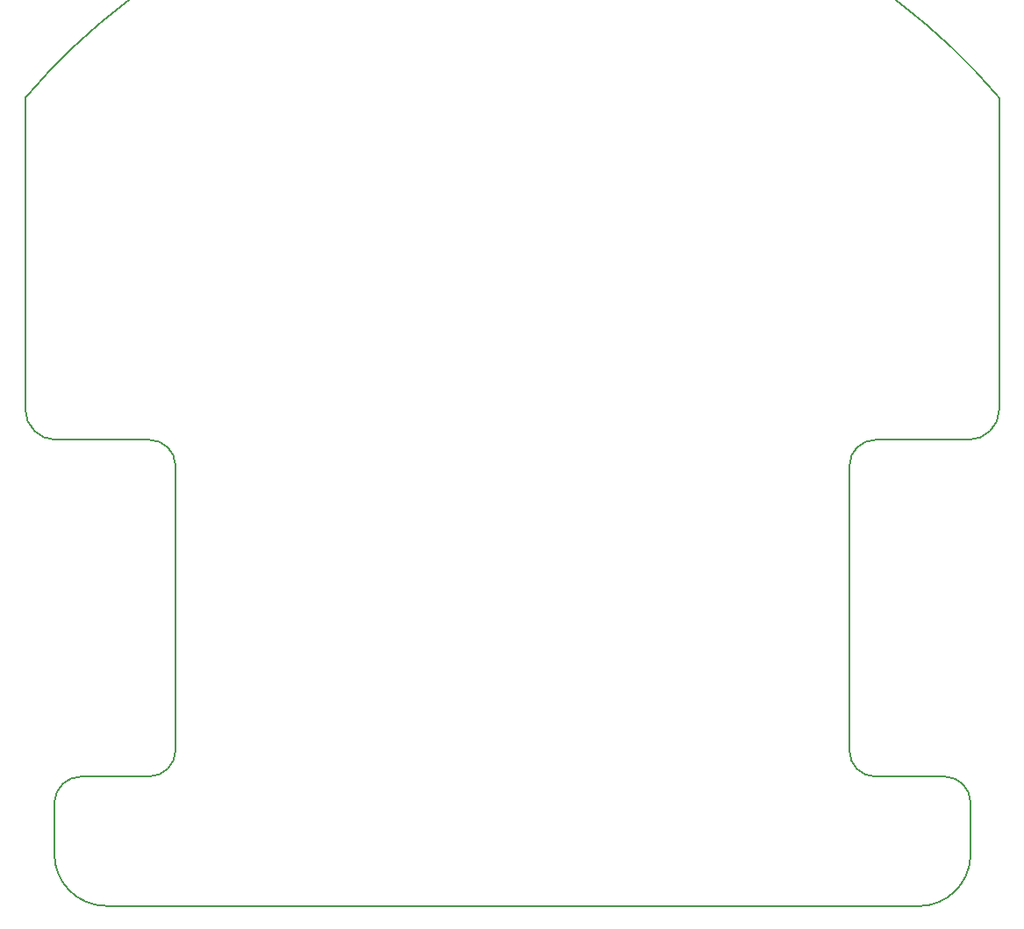
<source format=gm1>
G04 #@! TF.GenerationSoftware,KiCad,Pcbnew,8.0.6*
G04 #@! TF.CreationDate,2024-12-06T12:29:16-08:00*
G04 #@! TF.ProjectId,bloo,626c6f6f-2e6b-4696-9361-645f70636258,rev?*
G04 #@! TF.SameCoordinates,Original*
G04 #@! TF.FileFunction,Profile,NP*
%FSLAX46Y46*%
G04 Gerber Fmt 4.6, Leading zero omitted, Abs format (unit mm)*
G04 Created by KiCad (PCBNEW 8.0.6) date 2024-12-06 12:29:16*
%MOMM*%
%LPD*%
G01*
G04 APERTURE LIST*
G04 #@! TA.AperFunction,Profile*
%ADD10C,0.150000*%
G04 #@! TD*
G04 APERTURE END LIST*
D10*
X259782296Y-195000001D02*
X259782296Y-200257768D01*
X257300000Y-192500000D02*
G75*
G02*
X259782363Y-195000001I-17800J-2500100D01*
G01*
X180573923Y-160000000D02*
G75*
G02*
X183073900Y-162500000I-23J-2500000D01*
G01*
X171385534Y-194974466D02*
X171385534Y-199974466D01*
X168572389Y-127005495D02*
G75*
G02*
X262573919Y-127003683I47001531J-39748195D01*
G01*
X262573923Y-157003680D02*
X262573923Y-127003680D01*
X262573923Y-157003680D02*
G75*
G02*
X259573923Y-160003623I-2999923J-20D01*
G01*
X250600000Y-192500000D02*
X257300000Y-192500000D01*
X248100000Y-162500000D02*
G75*
G02*
X250600000Y-160000000I2500000J0D01*
G01*
X171385534Y-194974466D02*
G75*
G02*
X174003923Y-192494024I2578366J-99534D01*
G01*
X259782296Y-200257768D02*
G75*
G02*
X254848590Y-204999988I-4993796J257868D01*
G01*
X176385534Y-204974466D02*
G75*
G02*
X171385534Y-199974466I66J5000066D01*
G01*
X248100000Y-162500000D02*
X248100000Y-190000000D01*
X250600000Y-192500000D02*
G75*
G02*
X248100000Y-190000000I0J2500000D01*
G01*
X250600000Y-160000000D02*
X259573923Y-160000000D01*
X168570243Y-157003680D02*
X168572389Y-127005495D01*
X183073923Y-189974018D02*
X183073923Y-162500000D01*
X183073923Y-189974018D02*
G75*
G02*
X180573923Y-192474023I-2500023J18D01*
G01*
X174003923Y-192494018D02*
X180573923Y-192474018D01*
X171570243Y-160003680D02*
G75*
G02*
X168570220Y-157003680I-43J2999980D01*
G01*
X180573923Y-160000000D02*
X171570243Y-160003680D01*
X176384123Y-204974390D02*
X254848589Y-204999924D01*
M02*

</source>
